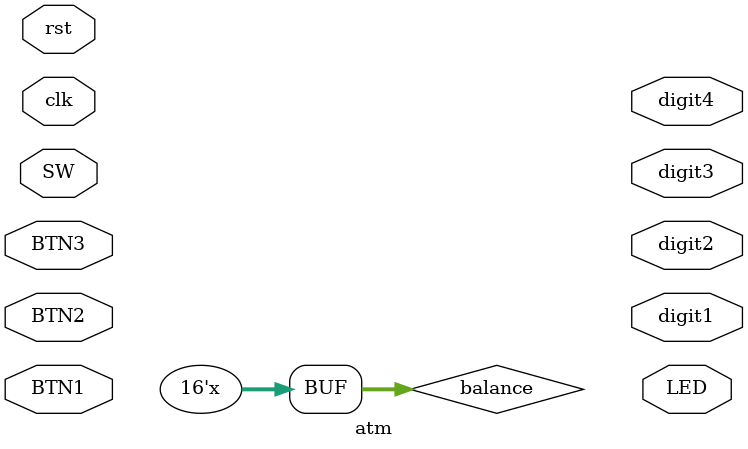
<source format=v>
	`timescale 1ns / 1ps
	module atm (input clk,
								input rst,
								input BTN3, BTN2, BTN1,
								input [3:0] SW,
								output reg [7:0] LED,                                     // LED[7] is the left most-LED
								output reg [6:0] digit4, digit3, digit2, digit1  // digit4 is the left-most SSD
							  );
	  
		 reg [3:0] password ;
		 reg [15:0] balance; 
		 reg [3:0] current_state;
		 reg [3:0] next_state;	
		 
		//					// additional registers
		
		 reg[31:0] counter = 0; //counter to wait
		
		 parameter IDLE = 4'b0000;
		 parameter PASS_ENT_3 = 4'b0001;
		 parameter PASS_ENT_2 = 4'b0010;
		 parameter PASS_ENT_1 = 4'b0011;
		 parameter LOCK = 4'b0100;
		 parameter ATM_MENU = 4'b0101;	 
		 parameter MONEY = 4'b0110;
		 parameter  WARNING = 4'b0111;	 
		 parameter PASS_CHG_3 = 4'b1000;
		 parameter PASS_CHG_2 = 4'b1001;
		 parameter  PASS_CHG_1 = 4'b1010;
		 parameter  PASS_NEW = 4'b1011;	



		// sequential part - state transitions
		always @ (posedge clk or posedge rst)
		begin
		//			// your code goes here
		if(rst)
			begin
			current_state <= IDLE;
			password <= 4'b0000;
			balance <= 15'b000000000000000;
			end
		else
		begin
			current_state <= next_state;
			counter <= counter + 9'b000000001;
		end	
		end

		// combinational part - next state definitions
		always @ (*)
		begin
		//			// your code goes here	
		case(current_state)
		
		IDLE:
			begin
				if(BTN3)
				 next_state = PASS_ENT_3;
				else
				next_state = IDLE;
			end
			
		PASS_ENT_3:
			begin
				
				if(SW == password && BTN3 == 1)
				 next_state = ATM_MENU;
				else if (SW != password && BTN3 == 1)
					next_state = PASS_ENT_2;
				else
					next_state = PASS_ENT_3;
			end
			
		PASS_ENT_2:
			begin
				if(SW == password && BTN3 == 1)
				 next_state = ATM_MENU;
				else if (SW != password && BTN3 ==1)
					next_state = PASS_ENT_1;
				else
					next_state = PASS_ENT_2;
			end
			
			PASS_ENT_1:		
			begin
				if(SW == password && BTN3 ==1 )
				 next_state = ATM_MENU;
				else if( SW != password && BTN3 ==1) 
					next_state = LOCK;
				else
					next_state = PASS_ENT_1;
			end
		
			LOCK:		
			begin
				/*
				if( counter == 9'b111110100)
				 next_state = IDLE;
				 else
				 begin
				 counter = counter + 1;
				 next_state = LOCK;
				 
				 end
				 */
				 next_state = LOCK;

			end
			
			ATM_MENU:
			begin
			  if(BTN3)
				 next_state = MONEY;
			  else if(BTN2)
				 next_state = PASS_CHG_3;
			  else if(BTN1)
				 next_state = IDLE;
				else
				  next_state = ATM_MENU;

				end
		
			MONEY:
			begin
				//for depositing money
				if(BTN3)
				 begin
					balance = balance + SW;
				 end
				 
				 //for withdrawing money
				 else if(BTN2)
				 begin
					if(balance < SW)
						next_state = WARNING;
					else
						balance = balance - SW;
				 end
				 
				else if(BTN1)
				  next_state = ATM_MENU;
				else
					next_state = MONEY;
			end
			
			WARNING:
			begin
			/*
				if(counter == 9'b11111010)
					next_state = IDLE;
				else
					begin
					next_state = WARNING;
					counter = counter + 1;
					end
					*/
					next_state = IDLE;
			end
			
			PASS_CHG_3:
			begin
				if(SW == password && BTN3 ==1)
					next_state = PASS_NEW;

				else if (SW != password && BTN3 ==1)	
			   	next_state = PASS_CHG_2;
				else
					next_state = PASS_CHG_3;
			end
			
			PASS_CHG_2:
			begin
				if(SW == password && BTN3 ==1)
					next_state = PASS_NEW;
				
				else if(SW != password && BTN3 == 1)
			   	next_state = PASS_CHG_1;
				else
					next_state = PASS_CHG_2;

			end
			
			PASS_CHG_1:
			begin
				if(SW == password && BTN3 == 1)
					next_state = PASS_NEW;

				else if(SW != password && BTN3 ==1)				
			   	next_state = LOCK;
				else
					next_state = PASS_CHG_1;
			end
			
			PASS_NEW:
			begin
				if(BTN3)
					begin
					password = SW;
					next_state= ATM_MENU;
					end	
				else if(BTN1)
					next_state = ATM_MENU;
				else
					next_state = PASS_NEW;
			end
			
			endcase
			
		end
		
		// sequential part - control registers
		/*
		always @ (posedge clk or posedge rst)
		begin
		//			// your code goes here	
		end 	
		*/
		

	/*
	// sequential part - outputs
		always @ (posedge clk or posedge rst)
		begin
		//			// your code goes here	

			LED[0] = 0;
			LED[1] = 0;
			LED[2] = 0;
			LED[3] = 0;
			LED[3] = 0;
			LED[4] = 0;
			LED[5] = 0;
			LED[6] = 0;
			LED[7] = 0;
			
			case(current_state)
			IDLE: begin
					//SSD = CArd
					LED[0]= 1; //led0 will blink 
					end
			PASS_ENT_3:
					begin
					//SSD = PE-3
					LED[7] = 1; //led7 will be open
					end
			
			PASS_ENT_2:
					begin
					//SSD = PE-2
					LED[6] = 1; //led6 will be open
					LED[7] = 1; //led7 will be open

					end
					
			PASS_ENT_1:
					begin
					//SSD = PE-1
					LED[5] = 1; //led5 will be open
					LED[6] = 1; //led6 will be open
					LED[7] = 1; //led7 will be open

					end	
			LOCK:
				begin
					//SSD = FAIL
					//all leds are on
					//lock all buttons for 5 seconds
				end
			
			ATM_MENU:
				 begin
					//SSD = OPen
					LED[4] = 1;
				 end
			 MONEY:
				begin
					//SSD = 	Balance
					LED[3] = 1;
				end
			 WARNING:
				begin
					//SSD = -nA-
					//all leds are on
				end
				
				PASS_CHG_3:
				begin
					//SSD = PC-3
					LED[2]= 1;
				end
				PASS_CHG_2:
				 begin
					//SSD = PC2
					LED[2] = 1;
					LED[1] = 1;
				 end
				 PASS_CHG_3:
				 begin
					//SSD = PC1
					LED[2] = 1;
					LED[1] = 1;
					LED[0] = 1;
				 end
				 PASS_NEW:
				 begin
					//SSD = PASS
					LED[1] = 1;				
				 end
			 
			endcase
		 
		
		end
		*/

		//		// additional always statements

	endmodule

</source>
